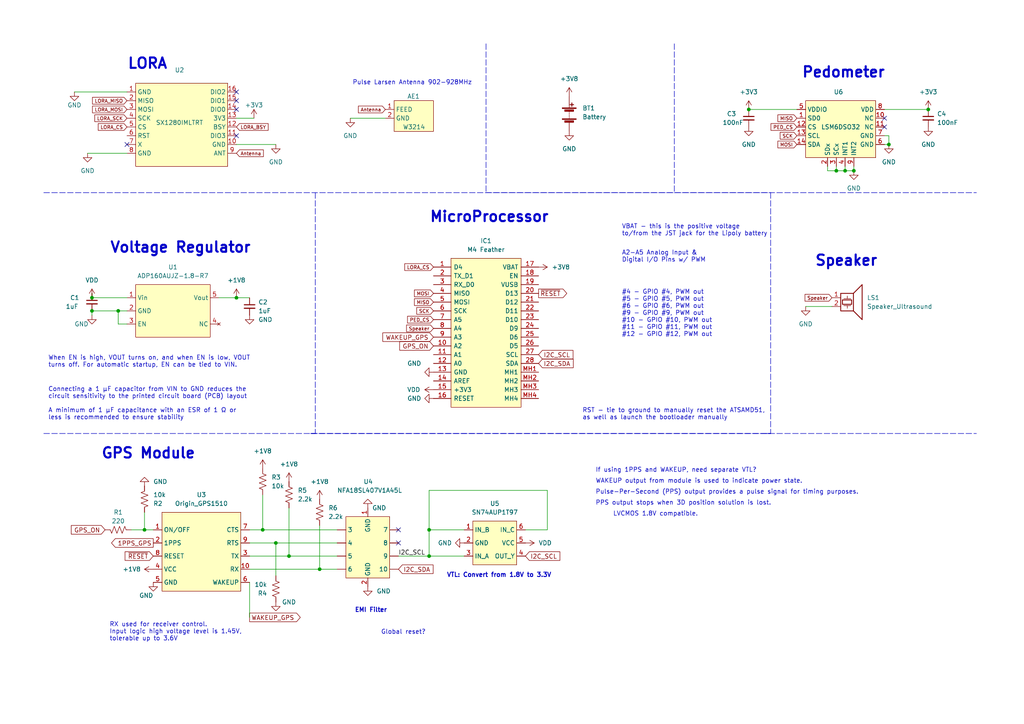
<source format=kicad_sch>
(kicad_sch (version 20211123) (generator eeschema)
  (paper "A4")
  (lib_symbols
    (symbol "Device:Battery" (pin_numbers hide) (pin_names (offset 0) hide)
      (property "Reference" "BT" (at 2.54 2.54 0))
      (property "Value" "Battery" (at 2.54 0 0))
      (symbol "Battery_0_1"
        (rectangle (start -2.032 -1.397) (end 2.032 -1.651) (fill (type outline)))
        (rectangle (start -2.032 1.778) (end 2.032 1.524) (fill (type outline)))
        (rectangle (start -1.3208 -1.9812) (end 1.27 -2.4892) (fill (type outline)))
        (rectangle (start -1.3208 1.1938) (end 1.27 0.6858) (fill (type outline)))
        (polyline (pts (xy 0 -1.524) (xy 0 -1.27)))
        (polyline (pts (xy 0 -1.016) (xy 0 -0.762)))
        (polyline (pts (xy 0 -0.508) (xy 0 -0.254)))
        (polyline (pts (xy 0 0) (xy 0 0.254)))
        (polyline (pts (xy 0 0.508) (xy 0 0.762)))
        (polyline (pts (xy 0 1.778) (xy 0 2.54)))
        (polyline (pts (xy 0.254 2.667) (xy 1.27 2.667)) (stroke (width 0.254)))
        (polyline (pts (xy 0.762 3.175) (xy 0.762 2.159)) (stroke (width 0.254)))
      )
      (symbol "Battery_1_1"
        (pin passive line (at 0 5.08 270) (length 2.54) (name "+") (number "1"))
        (pin passive line (at 0 -5.08 90) (length 2.54) (name "-") (number "2"))
      )
    )
    (symbol "Device:C_Small" (pin_numbers hide) (pin_names (offset 0.254) hide)
      (property "Reference" "C" (at 0.254 1.778 0))
      (property "Value" "C_Small" (at 0.254 -2.032 0))
      (symbol "C_Small_0_1"
        (polyline (pts (xy -1.524 -0.508) (xy 1.524 -0.508)) (stroke (width 0.3302)))
        (polyline (pts (xy -1.524 0.508) (xy 1.524 0.508)) (stroke (width 0.3048)))
      )
      (symbol "C_Small_1_1"
        (pin passive line (at 0 2.54 270) (length 2.032) (name "~") (number "1"))
        (pin passive line (at 0 -2.54 90) (length 2.032) (name "~") (number "2"))
      )
    )
    (symbol "Device:R_US" (pin_numbers hide) (pin_names (offset 0))
      (property "Reference" "R" (at 2.54 0 90))
      (property "Value" "R_US" (at -2.54 0 90))
      (symbol "R_US_0_1"
        (polyline (pts (xy 0 -2.286) (xy 0 -2.54)))
        (polyline (pts (xy 0 2.286) (xy 0 2.54)))
        (polyline (pts (xy 0 -0.762) (xy 1.016 -1.143) (xy 0 -1.524) (xy -1.016 -1.905) (xy 0 -2.286)))
        (polyline (pts (xy 0 0.762) (xy 1.016 0.381) (xy 0 0) (xy -1.016 -0.381) (xy 0 -0.762)))
        (polyline (pts (xy 0 2.286) (xy 1.016 1.905) (xy 0 1.524) (xy -1.016 1.143) (xy 0 0.762)))
      )
      (symbol "R_US_1_1"
        (pin passive line (at 0 3.81 270) (length 1.27) (name "~") (number "1"))
        (pin passive line (at 0 -3.81 90) (length 1.27) (name "~") (number "2"))
      )
    )
    (symbol "Device:Speaker_Ultrasound" (pin_names (offset 0) hide)
      (property "Reference" "LS" (at 0.635 5.715 0))
      (property "Value" "Speaker_Ultrasound" (at 0.635 3.81 0))
      (symbol "Speaker_Ultrasound_0_0"
        (rectangle (start -2.54 1.27) (end 1.143 -3.81) (stroke (width 0.254)))
        (rectangle (start -2.032 -0.635) (end 0.635 -1.905) (stroke (width 0.254)))
        (polyline (pts (xy -1.651 -2.286) (xy 0.381 -2.286)))
        (polyline (pts (xy -1.651 -0.254) (xy 0.381 -0.254)))
        (polyline (pts (xy -0.635 -2.286) (xy -0.635 -3.048)))
        (polyline (pts (xy -0.635 -0.254) (xy -0.635 0.508)))
        (polyline (pts (xy 1.143 1.27) (xy 3.683 3.81) (xy 3.683 -6.35) (xy 1.143 -3.81)) (stroke (width 0.254)))
      )
      (symbol "Speaker_Ultrasound_1_1"
        (pin input line (at -5.08 0 0) (length 2.54) (name "1") (number "1"))
        (pin input line (at -5.08 -2.54 0) (length 2.54) (name "2") (number "2"))
      )
    )
    (symbol "DogTracker:ADP160AUJZ-2.8-R7"
      (property "Reference" "U?" (at 0.635 1.27 0))
      (property "Value" "ADP160AUJZ-2.8-R7" (at 0.635 -1.27 0))
      (symbol "ADP160AUJZ-2.8-R7_0_1"
        (rectangle (start -10.16 -2.54) (end 11.43 -17.78) (fill (type background)))
      )
      (symbol "ADP160AUJZ-2.8-R7_1_1"
        (pin power_in line (at -12.7 -6.35 0) (length 2.54) (name "Vin") (number "1"))
        (pin input line (at -12.7 -10.16 0) (length 2.54) (name "GND") (number "2"))
        (pin input line (at -12.7 -13.97 0) (length 2.54) (name "EN") (number "3"))
        (pin no_connect line (at 13.97 -13.97 180) (length 2.54) (name "NC") (number "4"))
        (pin power_out line (at 13.97 -6.35 180) (length 2.54) (name "Vout") (number "5"))
      )
    )
    (symbol "DogTracker:LSM6DSO32"
      (property "Reference" "U?" (at -0.635 10.16 0))
      (property "Value" "LSM6DSO32" (at 0 0 0))
      (symbol "LSM6DSO32_0_1"
        (rectangle (start -10.16 7.62) (end 10.16 -8.89) (fill (type background)))
      )
      (symbol "LSM6DSO32_1_1"
        (pin input line (at -12.7 2.54 0) (length 2.54) (name "SD0") (number "1"))
        (pin input line (at 12.7 2.54 180) (length 2.54) (name "NC") (number "10"))
        (pin input line (at 12.7 0 180) (length 2.54) (name "NC") (number "11"))
        (pin input line (at -12.7 0 0) (length 2.54) (name "CS") (number "12"))
        (pin input line (at -12.7 -2.54 0) (length 2.54) (name "SCL") (number "13"))
        (pin input line (at -12.7 -5.08 0) (length 2.54) (name "SDA") (number "14"))
        (pin input line (at -3.81 -11.43 90) (length 2.54) (name "SDx") (number "2"))
        (pin input line (at -1.27 -11.43 90) (length 2.54) (name "SCx") (number "3"))
        (pin input line (at 1.27 -11.43 90) (length 2.54) (name "INT1") (number "4"))
        (pin input line (at -12.7 5.08 0) (length 2.54) (name "VDDIO") (number "5"))
        (pin input line (at 12.7 -5.08 180) (length 2.54) (name "GND") (number "6"))
        (pin input line (at 12.7 -2.54 180) (length 2.54) (name "GND") (number "7"))
        (pin input line (at 12.7 5.08 180) (length 2.54) (name "VDD") (number "8"))
        (pin input line (at 3.81 -11.43 90) (length 2.54) (name "INT2") (number "9"))
      )
    )
    (symbol "DogTracker:M4 Feather" (pin_names (offset 0.762))
      (property "Reference" "IC" (at 26.67 7.62 0))
      (property "Value" "M4 Feather" (at 26.67 5.08 0))
      (symbol "M4 Feather_0_0"
        (pin bidirectional line (at 0 0 0) (length 5.08) (name "D4") (number "1"))
        (pin bidirectional line (at 0 -22.86 0) (length 5.08) (name "A2") (number "10"))
        (pin bidirectional line (at 0 -25.4 0) (length 5.08) (name "A1") (number "11"))
        (pin bidirectional line (at 0 -27.94 0) (length 5.08) (name "A0") (number "12"))
        (pin power_in line (at 0 -30.48 0) (length 5.08) (name "GND") (number "13"))
        (pin bidirectional line (at 0 -33.02 0) (length 5.08) (name "AREF") (number "14"))
        (pin power_in line (at 0 -35.56 0) (length 5.08) (name "+3V3") (number "15"))
        (pin input line (at 0 -38.1 0) (length 5.08) (name "RESET") (number "16"))
        (pin power_in line (at 30.48 0 180) (length 5.08) (name "VBAT") (number "17"))
        (pin input line (at 30.48 -2.54 180) (length 5.08) (name "EN") (number "18"))
        (pin power_in line (at 30.48 -5.08 180) (length 5.08) (name "VUSB") (number "19"))
        (pin bidirectional line (at 0 -2.54 0) (length 5.08) (name "TX_D1") (number "2"))
        (pin bidirectional line (at 30.48 -7.62 180) (length 5.08) (name "D13") (number "20"))
        (pin bidirectional line (at 30.48 -10.16 180) (length 5.08) (name "D12") (number "21"))
        (pin bidirectional line (at 30.48 -12.7 180) (length 5.08) (name "D11") (number "22"))
        (pin bidirectional line (at 30.48 -15.24 180) (length 5.08) (name "D10") (number "23"))
        (pin bidirectional line (at 30.48 -17.78 180) (length 5.08) (name "D9") (number "24"))
        (pin bidirectional line (at 30.48 -20.32 180) (length 5.08) (name "D6") (number "25"))
        (pin bidirectional line (at 30.48 -22.86 180) (length 5.08) (name "D5") (number "26"))
        (pin bidirectional line (at 30.48 -25.4 180) (length 5.08) (name "SCL") (number "27"))
        (pin bidirectional line (at 30.48 -27.94 180) (length 5.08) (name "SDA") (number "28"))
        (pin bidirectional line (at 0 -5.08 0) (length 5.08) (name "RX_D0") (number "3"))
        (pin bidirectional line (at 0 -7.62 0) (length 5.08) (name "MISO") (number "4"))
        (pin bidirectional line (at 0 -10.16 0) (length 5.08) (name "MOSI") (number "5"))
        (pin bidirectional line (at 0 -12.7 0) (length 5.08) (name "SCK") (number "6"))
        (pin bidirectional line (at 0 -15.24 0) (length 5.08) (name "A5") (number "7"))
        (pin bidirectional line (at 0 -17.78 0) (length 5.08) (name "A4") (number "8"))
        (pin bidirectional line (at 0 -20.32 0) (length 5.08) (name "A3") (number "9"))
        (pin passive line (at 30.48 -30.48 180) (length 5.08) (name "MH1") (number "MH1"))
        (pin passive line (at 30.48 -33.02 180) (length 5.08) (name "MH2") (number "MH2"))
        (pin passive line (at 30.48 -35.56 180) (length 5.08) (name "MH3") (number "MH3"))
        (pin passive line (at 30.48 -38.1 180) (length 5.08) (name "MH4") (number "MH4"))
      )
      (symbol "M4 Feather_0_1"
        (polyline (pts (xy 5.08 2.54) (xy 25.4 2.54) (xy 25.4 -40.64) (xy 5.08 -40.64) (xy 5.08 2.54)) (stroke (width 0.1524)) (fill (type background)))
      )
    )
    (symbol "DogTracker:NFA18SL407V1A45L"
      (property "Reference" "U2" (at -1.27 6.35 0))
      (property "Value" "NFA18SL407V1A45L" (at -8.89 3.81 0))
      (symbol "NFA18SL407V1A45L_0_1"
        (rectangle (start -6.35 -3.81) (end 6.35 -21.59) (fill (type background)))
      )
      (symbol "NFA18SL407V1A45L_1_1"
        (pin output line (at 8.89 -19.05 180) (length 2.54) (name "10") (number ""))
        (pin input line (at -8.89 -7.62 0) (length 2.54) (name "3") (number ""))
        (pin input line (at -8.89 -11.43 0) (length 2.54) (name "4") (number ""))
        (pin input line (at -8.89 -15.24 0) (length 2.54) (name "5") (number ""))
        (pin input line (at -8.89 -19.05 0) (length 2.54) (name "6") (number ""))
        (pin output line (at 8.89 -7.62 180) (length 2.54) (name "7") (number ""))
        (pin output line (at 8.89 -11.43 180) (length 2.54) (name "8") (number ""))
        (pin output line (at 8.89 -15.24 180) (length 2.54) (name "9") (number ""))
        (pin input line (at 0 -1.27 270) (length 2.54) (name "GND") (number "1"))
        (pin input line (at 0 -24.13 90) (length 2.54) (name "GND") (number "2"))
      )
    )
    (symbol "DogTracker:Origin_GPS1510"
      (property "Reference" "U?" (at 0 1.27 0))
      (property "Value" "Origin_GPS1510" (at 0 -1.27 0))
      (symbol "Origin_GPS1510_0_1"
        (rectangle (start -11.43 -3.81) (end 11.43 -26.67) (fill (type background)))
      )
      (symbol "Origin_GPS1510_1_1"
        (pin input line (at -13.97 -8.89 0) (length 2.54) (name "ON/OFF") (number "1"))
        (pin bidirectional line (at 13.97 -20.32 180) (length 2.54) (name "RX") (number "10"))
        (pin output line (at -13.97 -12.7 0) (length 2.54) (name "1PPS") (number "2"))
        (pin bidirectional line (at 13.97 -16.51 180) (length 2.54) (name "TX") (number "3"))
        (pin power_in line (at -13.97 -20.32 0) (length 2.54) (name "VCC") (number "4"))
        (pin input line (at -13.97 -24.13 0) (length 2.54) (name "GND") (number "5"))
        (pin output line (at 13.97 -24.13 180) (length 2.54) (name "WAKEUP") (number "6"))
        (pin bidirectional line (at 13.97 -8.89 180) (length 2.54) (name "CTS") (number "7"))
        (pin input line (at -13.97 -16.51 0) (length 2.54) (name "RESET") (number "8"))
        (pin bidirectional line (at 13.97 -12.7 180) (length 2.54) (name "RTS") (number "9"))
      )
    )
    (symbol "DogTracker:SN74AUP1T97"
      (property "Reference" "U" (at 0 5.08 0))
      (property "Value" "SN74AUP1T97" (at 0 2.54 0))
      (symbol "SN74AUP1T97_0_1"
        (rectangle (start -6.35 1.27) (end 6.35 -11.43) (fill (type background)))
      )
      (symbol "SN74AUP1T97_1_1"
        (pin input line (at -8.89 -1.27 0) (length 2.54) (name "IN_B") (number "1"))
        (pin input line (at -8.89 -5.08 0) (length 2.54) (name "GND") (number "2"))
        (pin input line (at -8.89 -8.89 0) (length 2.54) (name "IN_A") (number "3"))
        (pin output line (at 8.89 -8.89 180) (length 2.54) (name "OUT_Y") (number "4"))
        (pin power_in line (at 8.89 -5.08 180) (length 2.54) (name "VCC") (number "5"))
        (pin input line (at 8.89 -1.27 180) (length 2.54) (name "IN_C") (number "6"))
      )
    )
    (symbol "DogTracker:SX1280IMLTRT_Radio"
      (property "Reference" "U" (at 0 12.7 0))
      (property "Value" "SX1280IMLTRT_Radio" (at 1.27 -11.43 0))
      (symbol "SX1280IMLTRT_Radio_0_1"
        (rectangle (start -12.7 11.43) (end 13.97 -12.7) (fill (type background)))
      )
      (symbol "SX1280IMLTRT_Radio_1_1"
        (pin bidirectional line (at -15.24 8.89 0) (length 2.54) (name "GND") (number "1"))
        (pin bidirectional line (at 16.51 -6.35 180) (length 2.54) (name "GND") (number "10"))
        (pin bidirectional line (at 16.51 -3.81 180) (length 2.54) (name "DIO3") (number "11"))
        (pin bidirectional line (at 16.51 -1.27 180) (length 2.54) (name "BSY") (number "12"))
        (pin bidirectional line (at 16.51 1.27 180) (length 2.54) (name "3V3") (number "13"))
        (pin bidirectional line (at 16.51 3.81 180) (length 2.54) (name "DIO0") (number "14"))
        (pin bidirectional line (at 16.51 6.35 180) (length 2.54) (name "DIO1") (number "15"))
        (pin bidirectional line (at 16.51 8.89 180) (length 2.54) (name "DIO2") (number "16"))
        (pin bidirectional line (at -15.24 6.35 0) (length 2.54) (name "MISO") (number "2"))
        (pin bidirectional line (at -15.24 3.81 0) (length 2.54) (name "MOSI") (number "3"))
        (pin bidirectional line (at -15.24 1.27 0) (length 2.54) (name "SCK") (number "4"))
        (pin bidirectional line (at -15.24 -1.27 0) (length 2.54) (name "CS") (number "5"))
        (pin bidirectional line (at -15.24 -3.81 0) (length 2.54) (name "RST") (number "6"))
        (pin bidirectional line (at -15.24 -6.35 0) (length 2.54) (name "X") (number "7"))
        (pin bidirectional line (at -15.24 -8.89 0) (length 2.54) (name "GND") (number "8"))
        (pin bidirectional line (at 16.51 -8.89 180) (length 2.54) (name "ANT") (number "9"))
      )
    )
    (symbol "DogTracker:W3214"
      (property "Reference" "AE" (at 0 5.08 0))
      (property "Value" "W3214" (at 0 -3.81 0))
      (symbol "W3214_0_1"
        (rectangle (start -5.08 3.81) (end 6.35 -5.08) (fill (type background)))
      )
      (symbol "W3214_1_1"
        (pin bidirectional line (at -7.62 1.27 0) (length 2.54) (name "FEED") (number "1"))
        (pin bidirectional line (at -7.62 -1.27 0) (length 2.54) (name "GND") (number "2"))
      )
    )
    (symbol "power:+1V8" (power) (pin_names (offset 0))
      (property "Value" "+1V8" (at 0 3.556 0))
      (symbol "+1V8_0_1"
        (polyline (pts (xy -0.762 1.27) (xy 0 2.54)))
        (polyline (pts (xy 0 0) (xy 0 2.54)))
        (polyline (pts (xy 0 2.54) (xy 0.762 1.27)))
      )
      (symbol "+1V8_1_1"
        (pin power_in line (at 0 0 90) (length 0) hide (name "+1V8") (number "1"))
      )
    )
    (symbol "power:+3V3" (power) (pin_names (offset 0))
      (property "Value" "+3V3" (at 0 3.556 0))
      (symbol "+3V3_0_1"
        (polyline (pts (xy -0.762 1.27) (xy 0 2.54)))
        (polyline (pts (xy 0 0) (xy 0 2.54)))
        (polyline (pts (xy 0 2.54) (xy 0.762 1.27)))
      )
      (symbol "+3V3_1_1"
        (pin power_in line (at 0 0 90) (length 0) hide (name "+3V3") (number "1"))
      )
    )
    (symbol "power:+3V8" (power) (pin_names (offset 0))
      (property "Value" "+3V8" (at 0 3.556 0))
      (symbol "+3V8_0_1"
        (polyline (pts (xy -0.762 1.27) (xy 0 2.54)))
        (polyline (pts (xy 0 0) (xy 0 2.54)))
        (polyline (pts (xy 0 2.54) (xy 0.762 1.27)))
      )
      (symbol "+3V8_1_1"
        (pin power_in line (at 0 0 90) (length 0) hide (name "+3V8") (number "1"))
      )
    )
    (symbol "power:GND" (power) (pin_names (offset 0))
      (property "Value" "GND" (at 0 -3.81 0))
      (symbol "GND_0_1"
        (polyline (pts (xy 0 0) (xy 0 -1.27) (xy 1.27 -1.27) (xy 0 -2.54) (xy -1.27 -1.27) (xy 0 -1.27)))
      )
      (symbol "GND_1_1"
        (pin power_in line (at 0 0 270) (length 0) hide (name "GND") (number "1"))
      )
    )
    (symbol "power:VDD" (power) (pin_names (offset 0))
      (property "Value" "VDD" (at 0 3.81 0))
      (symbol "VDD_0_1"
        (polyline (pts (xy -0.762 1.27) (xy 0 2.54)))
        (polyline (pts (xy 0 0) (xy 0 2.54)))
        (polyline (pts (xy 0 2.54) (xy 0.762 1.27)))
      )
      (symbol "VDD_1_1"
        (pin power_in line (at 0 0 90) (length 0) hide (name "VDD") (number "1"))
      )
    )
  )
  (junction (at 247.65 49.53))
  (junction (at 83.82 161.29))
  (junction (at 26.67 86.36))
  (junction (at 76.2 153.67))
  (junction (at 26.67 90.17))
  (junction (at 41.91 153.67))
  (junction (at 80.01 157.48))
  (junction (at 68.58 86.36))
  (junction (at 242.57 49.53))
  (junction (at 124.46 153.67))
  (junction (at 217.17 31.75))
  (junction (at 92.71 165.1))
  (junction (at 34.29 90.17))
  (junction (at 269.24 31.75))
  (junction (at 257.81 41.91))
  (junction (at 124.46 161.29))
  (junction (at 245.11 49.53))
  (no_connect (at 115.57 153.67))
  (no_connect (at 256.54 34.29))
  (no_connect (at 256.54 36.83))
  (no_connect (at 68.58 39.37))
  (no_connect (at 68.58 26.67))
  (no_connect (at 68.58 29.21))
  (no_connect (at 68.58 31.75))
  (no_connect (at 36.83 41.91))
  (no_connect (at 115.57 157.48))
  (wire (pts (xy 245.11 49.53) (xy 247.65 49.53)))
  (wire (pts (xy 25.4 44.45) (xy 36.83 44.45)))
  (wire (pts (xy 217.17 31.75) (xy 231.14 31.75)))
  (wire (pts (xy 41.91 153.67) (xy 44.45 153.67)))
  (wire (pts (xy 124.46 161.29) (xy 134.62 161.29)))
  (wire (pts (xy 256.54 39.37) (xy 257.81 39.37)))
  (wire (pts (xy 26.67 86.36) (xy 36.83 86.36)))
  (polyline (pts (xy 12.7 55.88) (xy 283.21 55.88)))
  (wire (pts (xy 92.71 152.4) (xy 92.71 165.1)))
  (wire (pts (xy 72.39 153.67) (xy 76.2 153.67)))
  (wire (pts (xy 68.58 86.36) (xy 72.39 86.36)))
  (polyline (pts (xy 223.52 55.88) (xy 223.52 125.73)))
  (wire (pts (xy 80.01 157.48) (xy 97.79 157.48)))
  (polyline (pts (xy 223.52 125.73) (xy 222.25 125.73)))
  (wire (pts (xy 242.57 48.26) (xy 242.57 49.53)))
  (wire (pts (xy 124.46 153.67) (xy 134.62 153.67)))
  (wire (pts (xy 68.58 34.29) (xy 73.66 34.29)))
  (polyline (pts (xy 90.17 125.73) (xy 91.44 125.73)))
  (wire (pts (xy 257.81 39.37) (xy 257.81 41.91)))
  (wire (pts (xy 158.75 153.67) (xy 152.4 153.67)))
  (wire (pts (xy 41.91 153.67) (xy 41.91 148.59)))
  (polyline (pts (xy 90.17 125.73) (xy 223.52 125.73)))
  (wire (pts (xy 124.46 142.24) (xy 158.75 142.24)))
  (wire (pts (xy 240.03 48.26) (xy 240.03 49.53)))
  (wire (pts (xy 72.39 157.48) (xy 80.01 157.48)))
  (polyline (pts (xy 91.44 55.88) (xy 91.44 125.73)))
  (wire (pts (xy 245.11 48.26) (xy 245.11 49.53)))
  (wire (pts (xy 124.46 161.29) (xy 124.46 153.67)))
  (polyline (pts (xy 12.7 125.73) (xy 283.21 125.73)))
  (wire (pts (xy 83.82 161.29) (xy 97.79 161.29)))
  (polyline (pts (xy 223.52 55.88) (xy 223.52 55.88)))
  (wire (pts (xy 76.2 143.51) (xy 76.2 153.67)))
  (polyline (pts (xy 140.97 55.88) (xy 223.52 55.88)))
  (wire (pts (xy 240.03 49.53) (xy 242.57 49.53)))
  (wire (pts (xy 115.57 161.29) (xy 124.46 161.29)))
  (wire (pts (xy 72.39 165.1) (xy 92.71 165.1)))
  (wire (pts (xy 124.46 153.67) (xy 124.46 142.24)))
  (polyline (pts (xy 195.58 12.7) (xy 195.58 55.88)))
  (wire (pts (xy 38.1 153.67) (xy 41.91 153.67)))
  (wire (pts (xy 34.29 90.17) (xy 34.29 93.98)))
  (wire (pts (xy 233.68 88.9) (xy 241.3 88.9)))
  (wire (pts (xy 34.29 93.98) (xy 36.83 93.98)))
  (wire (pts (xy 63.5 86.36) (xy 68.58 86.36)))
  (wire (pts (xy 83.82 147.32) (xy 83.82 161.29)))
  (wire (pts (xy 101.6 34.29) (xy 111.76 34.29)))
  (wire (pts (xy 92.71 165.1) (xy 97.79 165.1)))
  (wire (pts (xy 256.54 31.75) (xy 269.24 31.75)))
  (wire (pts (xy 26.67 85.09) (xy 26.67 86.36)))
  (wire (pts (xy 21.59 26.67) (xy 36.83 26.67)))
  (wire (pts (xy 26.67 90.17) (xy 34.29 90.17)))
  (wire (pts (xy 34.29 90.17) (xy 36.83 90.17)))
  (wire (pts (xy 26.67 90.17) (xy 26.67 91.44)))
  (wire (pts (xy 247.65 48.26) (xy 247.65 49.53)))
  (wire (pts (xy 80.01 157.48) (xy 80.01 167.005)))
  (wire (pts (xy 72.39 161.29) (xy 83.82 161.29)))
  (wire (pts (xy 68.58 41.91) (xy 80.01 41.91)))
  (wire (pts (xy 72.39 179.07) (xy 72.39 168.91)))
  (wire (pts (xy 242.57 49.53) (xy 245.11 49.53)))
  (polyline (pts (xy 140.97 12.7) (xy 140.97 55.88)))
  (wire (pts (xy 158.75 142.24) (xy 158.75 153.67)))
  (wire (pts (xy 76.2 153.67) (xy 97.79 153.67)))
  (wire (pts (xy 256.54 41.91) (xy 257.81 41.91)))
  (text "#4 - GPIO #4, PWM out\n#5 - GPIO #5, PWM out\n#6 - GPIO #6, PWM out\n#9 - GPIO #9, PWM out\n#10 - GPIO #10, PWM out\n#11 - GPIO #11, PWM out\n#12 - GPIO #12, PWM out" (at 180.34 97.79 0) (effects (font (size 1.27 1.27)) (justify left bottom)))
  (text "VTL: Convert from 1.8V to 3.3V" (at 129.54 167.64 0) (effects (font (size 1.27 1.27) (thickness 0.254) bold) (justify left bottom)))
  (text "Pulse Larsen Antenna 902-928MHz " (at 102.235 24.765 0) (effects (font (size 1.27 1.27)) (justify left bottom)))
  (text "WAKEUP output from module is used to indicate power state." (at 172.72 140.335 0) (effects (font (size 1.27 1.27)) (justify left bottom)))
  (text "PPS output stops when 3D position solution is lost.\n" (at 172.72 146.685 0) (effects (font (size 1.27 1.27)) (justify left bottom)))
  (text "Voltage Regulator" (at 31.75 73.66 0) (effects (font (size 3 3) (thickness 0.6) bold) (justify left bottom)))
  (text "EMI Filter" (at 102.87 177.8 0) (effects (font (size 1.27 1.27) (thickness 0.254) bold) (justify left bottom)))
  (text "LORA" (at 36.83 20.32 0) (effects (font (size 3 3) (thickness 0.6) bold) (justify left bottom)))
  (text "Pedometer" (at 232.41 22.86 0) (effects (font (size 3 3) (thickness 0.6) bold) (justify left bottom)))
  (text "VBAT - this is the positive voltage \nto/from the JST jack for the Lipoly battery" (at 180.34 68.58 0) (effects (font (size 1.27 1.27)) (justify left bottom)))
  (text "MicroProcessor\n" (at 124.46 64.77 0) (effects (font (size 3 3) (thickness 0.6) bold) (justify left bottom)))
  (text "RX used for receiver control. \nInput logic high voltage level is 1.45V, \ntolerable up to 3.6V" (at 31.75 186.055 0) (effects (font (size 1.27 1.27)) (justify left bottom)))
  (text "LVCMOS 1.8V compatible.\n" (at 177.8 149.86 0) (effects (font (size 1.27 1.27)) (justify left bottom)))
  (text "If using 1PPS and WAKEUP, need separate VTL?" (at 172.72 137.16 0) (effects (font (size 1.27 1.27)) (justify left bottom)))
  (text "When EN is high, VOUT turns on, and when EN is low, VOUT\nturns off. For automatic startup, EN can be tied to VIN." (at 13.97 106.68 0) (effects (font (size 1.27 1.27)) (justify left bottom)))
  (text "A2-A5 Analog Input &\nDigital I/O Pins w/ PWM\n" (at 180.34 76.2 0) (effects (font (size 1.27 1.27)) (justify left bottom)))
  (text "Global reset?" (at 110.49 184.15 0) (effects (font (size 1.27 1.27)) (justify left bottom)))
  (text "Connecting a 1 μF capacitor from VIN to GND reduces the \ncircuit sensitivity to the printed circuit board (PCB) layout\n\nA minimum of 1 μF capacitance with an ESR of 1 Ω or \nless is recommended to ensure stability " (at 13.97 121.92 0) (effects (font (size 1.27 1.27)) (justify left bottom)))
  (text "GPS Module" (at 29.21 133.35 0) (effects (font (size 3 3) (thickness 0.6) bold) (justify left bottom)))
  (text "RST - tie to ground to manually reset the ATSAMD51,\nas well as launch the bootloader manually" (at 168.91 121.92 0) (effects (font (size 1.27 1.27)) (justify left bottom)))
  (text "Speaker\n" (at 236.22 77.47 0) (effects (font (size 3 3) (thickness 0.6) bold) (justify left bottom)))
  (text "Pulse-Per-Second (PPS) output provides a pulse signal for timing purposes." (at 172.72 143.51 0) (effects (font (size 1.27 1.27)) (justify left bottom)))
  (label "I2C_SCL" (at 115.57 161.29 0))
  (global_label "I2C_SDA" (shape input) (at 115.57 165.1 0) (property "Intersheet References" "${INTERSHEET_REFS}" (effects hide)))
  (global_label "SCK" (shape input) (at 125.73 90.17 180) (effects (font (size 1 1))) (property "Intersheet References" "${INTERSHEET_REFS}" (effects hide)))
  (global_label "MOSI" (shape input) (at 125.73 85.09 180) (effects (font (size 1 1))) (property "Intersheet References" "${INTERSHEET_REFS}" (effects hide)))
  (global_label "WAKEUP_GPS" (shape input) (at 125.73 97.79 180) (property "Intersheet References" "${INTERSHEET_REFS}" (effects hide)))
  (global_label "LORA_MISO" (shape input) (at 36.83 29.21 180) (effects (font (size 1 1))) (property "Intersheet References" "${INTERSHEET_REFS}" (effects hide)))
  (global_label "LORA_CS" (shape input) (at 125.73 77.47 180) (effects (font (size 1 1))) (property "Intersheet References" "${INTERSHEET_REFS}" (effects hide)))
  (global_label "WAKEUP_GPS" (shape output) (at 72.39 179.07 0) (property "Intersheet References" "${INTERSHEET_REFS}" (effects hide)))
  (global_label "I2C_SCL" (shape input) (at 152.4 161.29 0) (property "Intersheet References" "${INTERSHEET_REFS}" (effects hide)))
  (global_label "MISO" (shape input) (at 231.14 34.29 180) (effects (font (size 1 1))) (property "Intersheet References" "${INTERSHEET_REFS}" (effects hide)))
  (global_label "GPS_ON" (shape input) (at 125.73 100.33 180) (property "Intersheet References" "${INTERSHEET_REFS}" (effects hide)))
  (global_label "Speaker" (shape input) (at 125.73 95.25 180) (effects (font (size 1 1))) (property "Intersheet References" "${INTERSHEET_REFS}" (effects hide)))
  (global_label "GPS_ON" (shape input) (at 30.48 153.67 180) (property "Intersheet References" "${INTERSHEET_REFS}" (effects hide)))
  (global_label "Antenna" (shape input) (at 111.76 31.75 180) (effects (font (size 1 1))) (property "Intersheet References" "${INTERSHEET_REFS}" (effects hide)))
  (global_label "LORA_CS" (shape input) (at 36.83 36.83 180) (effects (font (size 1 1))) (property "Intersheet References" "${INTERSHEET_REFS}" (effects hide)))
  (global_label "MOSI" (shape input) (at 231.14 41.91 180) (effects (font (size 1 1))) (property "Intersheet References" "${INTERSHEET_REFS}" (effects hide)))
  (global_label "LORA_MOSI" (shape input) (at 36.83 31.75 180) (effects (font (size 1 1))) (property "Intersheet References" "${INTERSHEET_REFS}" (effects hide)))
  (global_label "I2C_SCL" (shape input) (at 156.21 102.87 0) (property "Intersheet References" "${INTERSHEET_REFS}" (effects hide)))
  (global_label "SCK" (shape input) (at 231.14 39.37 180) (effects (font (size 1 1))) (property "Intersheet References" "${INTERSHEET_REFS}" (effects hide)))
  (global_label "PED_CS" (shape input) (at 125.73 92.71 180) (effects (font (size 1 1))) (property "Intersheet References" "${INTERSHEET_REFS}" (effects hide)))
  (global_label "MISO" (shape input) (at 125.73 87.63 180) (effects (font (size 1 1))) (property "Intersheet References" "${INTERSHEET_REFS}" (effects hide)))
  (global_label "~{RESET}" (shape output) (at 156.21 85.09 0) (property "Intersheet References" "${INTERSHEET_REFS}" (effects hide)))
  (global_label "LORA_BSY" (shape input) (at 68.58 36.83 0) (effects (font (size 1 1))) (property "Intersheet References" "${INTERSHEET_REFS}" (effects hide)))
  (global_label "Speaker" (shape input) (at 241.3 86.36 180) (effects (font (size 1 1))) (property "Intersheet References" "${INTERSHEET_REFS}" (effects hide)))
  (global_label "1PPS_GPS" (shape output) (at 44.45 157.48 180) (property "Intersheet References" "${INTERSHEET_REFS}" (effects hide)))
  (global_label "I2C_SDA" (shape input) (at 156.21 105.41 0) (property "Intersheet References" "${INTERSHEET_REFS}" (effects hide)))
  (global_label "LORA_SCK" (shape input) (at 36.83 34.29 180) (effects (font (size 1 1))) (property "Intersheet References" "${INTERSHEET_REFS}" (effects hide)))
  (global_label "~{RESET}" (shape input) (at 44.45 161.29 180) (property "Intersheet References" "${INTERSHEET_REFS}" (effects hide)))
  (global_label "PED_CS" (shape input) (at 231.14 36.83 180) (effects (font (size 1 1))) (property "Intersheet References" "${INTERSHEET_REFS}" (effects hide)))
  (global_label "Antenna" (shape input) (at 68.58 44.45 0) (effects (font (size 1 1))) (property "Intersheet References" "${INTERSHEET_REFS}" (effects hide)))
  (symbol (lib_id "power:GND") (at 21.59 26.67 0) (unit 1)
    (property "Reference" "#PWR0128" (effects hide))
    (property "Value" "GND" (at 21.59 30.48 0))
  )
  (symbol (lib_id "power:+3V3") (at 269.24 31.75 0) (unit 1)
    (property "Reference" "#PWR0132" (effects hide))
    (property "Value" "+3V3" (at 269.24 26.67 0))
  )
  (symbol (lib_id "power:GND") (at 25.4 44.45 0) (unit 1)
    (property "Reference" "#PWR0127" (effects hide))
    (property "Value" "GND" (at 25.4 49.53 0))
  )
  (symbol (lib_id "power:VDD") (at 152.4 157.48 270) (unit 1)
    (property "Reference" "#PWR0111" (effects hide))
    (property "Value" "VDD" (at 156.21 157.4801 90) (effects (justify left)))
  )
  (symbol (lib_id "power:GND") (at 80.01 174.625 0) (unit 1)
    (property "Reference" "#PWR0110" (effects hide))
    (property "Value" "GND" (at 83.82 174.625 0))
  )
  (symbol (lib_id "power:+3V8") (at 156.21 77.47 270) (unit 1)
    (property "Reference" "#PWR0107" (effects hide))
    (property "Value" "+3V8" (at 160.02 77.4699 90) (effects (justify left)))
  )
  (symbol (lib_id "power:GND") (at 217.17 36.83 0) (unit 1)
    (property "Reference" "#PWR0102" (effects hide))
    (property "Value" "GND" (at 217.17 41.91 0))
  )
  (symbol (lib_id "Device:C_Small") (at 269.24 34.29 0) (unit 1)
    (property "Reference" "C4" (at 271.78 33.0262 0) (effects (justify left)))
    (property "Value" "100nF" (at 271.78 35.5662 0) (effects (justify left)))
    (property "Footprint" "Capacitor_SMD:C_0402_1005Metric" (effects hide))
  )
  (symbol (lib_id "Device:R_US") (at 34.29 153.67 90) (mirror x) (unit 1)
    (property "Reference" "R1" (at 34.29 148.59 90))
    (property "Value" "220" (at 34.29 151.13 90))
    (property "Footprint" "Resistor_SMD:R_0402_1005Metric" (effects hide))
  )
  (symbol (lib_id "power:+1V8") (at 83.82 139.7 0) (unit 1)
    (property "Reference" "#PWR0122" (effects hide))
    (property "Value" "+1V8" (at 83.82 134.62 0))
  )
  (symbol (lib_id "power:VDD") (at 26.67 86.36 0) (unit 1)
    (property "Reference" "#PWR0118" (effects hide))
    (property "Value" "VDD" (at 26.67 81.28 0))
  )
  (symbol (lib_id "Device:Battery") (at 165.1 33.02 0) (unit 1)
    (property "Reference" "BT1" (at 168.91 31.3689 0) (effects (justify left)))
    (property "Value" "Battery" (at 168.91 33.9089 0) (effects (justify left)))
  )
  (symbol (lib_id "Device:Speaker_Ultrasound") (at 246.38 86.36 0) (unit 1)
    (property "Reference" "LS1" (at 251.46 86.3599 0) (effects (justify left)))
    (property "Value" "Speaker_Ultrasound" (at 251.46 88.8999 0) (effects (justify left)))
  )
  (symbol (lib_id "power:VDD") (at 125.73 113.03 90) (unit 1)
    (property "Reference" "#PWR0124" (effects hide))
    (property "Value" "VDD" (at 121.92 113.0299 90) (effects (justify left)))
  )
  (symbol (lib_id "DogTracker:Origin_GPS1510") (at 58.42 144.78 0) (unit 1)
    (property "Reference" "U3" (at 58.42 143.51 0))
    (property "Value" "Origin_GPS1510" (at 58.42 146.05 0))
    (property "Footprint" "Dog_Tracker:OriginGPS_LTD-ORG1510-MK04-0" (effects hide))
  )
  (symbol (lib_id "power:GND") (at 165.1 38.1 0) (unit 1)
    (property "Reference" "#PWR0108" (effects hide))
    (property "Value" "GND" (at 165.1 43.18 0))
  )
  (symbol (lib_id "power:+1V8") (at 92.71 144.78 0) (unit 1)
    (property "Reference" "#PWR0116" (effects hide))
    (property "Value" "+1V8" (at 92.71 139.7 0))
  )
  (symbol (lib_id "Device:R_US") (at 41.91 144.78 0) (mirror x) (unit 1)
    (property "Reference" "R2" (at 44.45 146.0501 0) (effects (justify left)))
    (property "Value" "10k" (at 44.45 143.5101 0) (effects (justify left)))
    (property "Footprint" "Resistor_SMD:R_0402_1005Metric" (effects hide))
  )
  (symbol (lib_id "power:+1V8") (at 44.45 165.1 90) (unit 1)
    (property "Reference" "#PWR0114" (effects hide))
    (property "Value" "+1V8" (at 35.56 165.1 90) (effects (justify right)))
  )
  (symbol (lib_id "power:GND") (at 106.68 170.18 0) (unit 1)
    (property "Reference" "#PWR0113" (effects hide))
    (property "Value" "GND" (at 109.22 171.4499 0) (effects (justify left)))
  )
  (symbol (lib_id "DogTracker:SX1280IMLTRT_Radio") (at 52.07 35.56 0) (unit 1)
    (property "Reference" "U2" (at 52.07 20.32 0))
    (property "Value" "SX1280IMLTRT" (at 52.07 35.56 0))
    (property "Footprint" "Dog_Tracker:SX1280IMLTRT" (effects hide))
  )
  (symbol (lib_id "power:GND") (at 106.68 147.32 180) (unit 1)
    (property "Reference" "#PWR0109" (effects hide))
    (property "Value" "GND" (at 107.95 147.32 0) (effects (justify right)))
  )
  (symbol (lib_id "Device:R_US") (at 83.82 143.51 180) (unit 1)
    (property "Reference" "R5" (at 86.36 142.2399 0) (effects (justify right)))
    (property "Value" "2.2k" (at 86.36 144.7799 0) (effects (justify right)))
    (property "Footprint" "Resistor_SMD:R_0402_1005Metric" (effects hide))
  )
  (symbol (lib_id "power:+3V8") (at 165.1 27.94 0) (unit 1)
    (property "Reference" "#PWR0106" (effects hide))
    (property "Value" "+3V8" (at 165.1 22.86 0))
  )
  (symbol (lib_id "Device:R_US") (at 80.01 170.815 0) (unit 1)
    (property "Reference" "R4" (at 77.47 172.0851 0) (effects (justify right)))
    (property "Value" "10k" (at 77.47 169.5451 0) (effects (justify right)))
    (property "Footprint" "Resistor_SMD:R_0402_1005Metric" (effects hide))
  )
  (symbol (lib_id "power:GND") (at 26.67 91.44 0) (unit 1)
    (property "Reference" "#PWR0119" (effects hide))
    (property "Value" "GND" (at 21.59 93.98 0) (effects (justify left)))
  )
  (symbol (lib_id "power:+1V8") (at 76.2 135.89 0) (unit 1)
    (property "Reference" "#PWR0121" (effects hide))
    (property "Value" "+1V8" (at 76.2 130.81 0))
  )
  (symbol (lib_id "Device:C_Small") (at 72.39 88.9 0) (unit 1)
    (property "Reference" "C2" (at 74.93 87.6362 0) (effects (justify left)))
    (property "Value" "1uF" (at 74.93 90.1762 0) (effects (justify left)))
    (property "Footprint" "Capacitor_SMD:C_0402_1005Metric" (effects hide))
  )
  (symbol (lib_id "DogTracker:M4 Feather") (at 125.73 77.47 0) (unit 1)
    (property "Reference" "IC1" (at 140.97 69.85 0))
    (property "Value" "M4 Feather" (at 140.97 72.39 0))
    (property "Footprint" "Dog_Tracker:M4Feather" (effects hide))
    (property "Datasheet" "https://learn.adafruit.com/adafruit-feather-m4-express-atsamd51/assembly" (effects hide))
    (property "Description" "Development Boards & Kits - ARM Adafruit Feather M4 Express - Featuring ATSAMD51 - ATSAMD51 Cortex M4" (effects hide))
    (property "Height" "7" (effects hide))
    (property "Manufacturer_Name" "Adafruit" (effects hide))
    (property "Manufacturer_Part_Number" "3857" (effects hide))
    (property "Mouser Part Number" "485-3857" (effects hide))
    (property "Mouser Price/Stock" "https://www.mouser.co.uk/ProductDetail/Adafruit/3857?qs=%252BEew9%252B0nqrAB3p5SH3%252By1Q%3D%3D" (effects hide))
    (property "Arrow Part Number" "3857" (effects hide))
    (property "Arrow Price/Stock" "https://www.arrow.com/en/products/3857/adafruit-industries" (effects hide))
  )
  (symbol (lib_id "Device:C_Small") (at 26.67 87.63 0) (mirror y) (unit 1)
    (property "Reference" "C1" (at 20.32 86.36 0) (effects (justify right)))
    (property "Value" "1uF" (at 19.05 88.9 0) (effects (justify right)))
    (property "Footprint" "Capacitor_SMD:C_0402_1005Metric" (effects hide))
  )
  (symbol (lib_id "power:GND") (at 269.24 36.83 0) (unit 1)
    (property "Reference" "#PWR0133" (effects hide))
    (property "Value" "GND" (at 269.24 41.91 0))
  )
  (symbol (lib_id "power:+3V3") (at 73.66 34.29 0) (unit 1)
    (property "Reference" "#PWR0126" (effects hide))
    (property "Value" "+3V3" (at 73.66 30.48 0))
  )
  (symbol (lib_id "DogTracker:W3214") (at 119.38 33.02 0) (unit 1)
    (property "Reference" "AE1" (at 118.11 27.94 0) (effects (justify left)))
    (property "Value" "W3214" (at 116.84 36.83 0) (effects (justify left)))
  )
  (symbol (lib_id "power:GND") (at 80.01 41.91 0) (unit 1)
    (property "Reference" "#PWR0131" (effects hide))
    (property "Value" "GND" (at 80.01 46.99 0))
  )
  (symbol (lib_id "power:GND") (at 257.81 41.91 0) (unit 1)
    (property "Reference" "#PWR0105" (effects hide))
    (property "Value" "GND" (at 257.81 46.99 0))
  )
  (symbol (lib_id "power:GND") (at 134.62 157.48 270) (unit 1)
    (property "Reference" "#PWR0112" (effects hide))
    (property "Value" "GND" (at 127 157.48 90) (effects (justify left)))
  )
  (symbol (lib_id "power:GND") (at 233.68 88.9 0) (unit 1)
    (property "Reference" "#PWR0103" (effects hide))
    (property "Value" "GND" (at 233.68 93.98 0))
  )
  (symbol (lib_id "DogTracker:ADP160AUJZ-2.8-R7") (at 49.53 80.01 0) (unit 1)
    (property "Reference" "U1" (at 50.165 77.47 0))
    (property "Value" "ADP160AUJZ-1.8-R7" (at 50.165 80.01 0))
    (property "Footprint" "Dog_Tracker:ADP160AUJZ-1.8-R7" (effects hide))
  )
  (symbol (lib_id "power:GND") (at 72.39 91.44 0) (unit 1)
    (property "Reference" "#PWR0117" (effects hide))
    (property "Value" "GND" (at 74.93 92.7099 0) (effects (justify left)))
  )
  (symbol (lib_id "power:+1V8") (at 68.58 86.36 0) (unit 1)
    (property "Reference" "#PWR0120" (effects hide))
    (property "Value" "+1V8" (at 68.58 81.28 0))
  )
  (symbol (lib_id "power:GND") (at 247.65 49.53 0) (unit 1)
    (property "Reference" "#PWR0104" (effects hide))
    (property "Value" "GND" (at 247.65 54.61 0))
  )
  (symbol (lib_id "Device:R_US") (at 92.71 148.59 180) (unit 1)
    (property "Reference" "R6" (at 95.25 147.3199 0) (effects (justify right)))
    (property "Value" "2.2k" (at 95.25 149.8599 0) (effects (justify right)))
    (property "Footprint" "Resistor_SMD:R_0402_1005Metric" (effects hide))
  )
  (symbol (lib_id "power:GND") (at 125.73 115.57 270) (unit 1)
    (property "Reference" "#PWR0123" (effects hide))
    (property "Value" "GND" (at 118.11 115.57 90) (effects (justify left)))
  )
  (symbol (lib_id "Device:C_Small") (at 217.17 34.29 0) (unit 1)
    (property "Reference" "C3" (at 210.82 33.02 0) (effects (justify left)))
    (property "Value" "100nF" (at 209.55 35.56 0) (effects (justify left)))
    (property "Footprint" "Capacitor_SMD:C_0402_1005Metric" (effects hide))
  )
  (symbol (lib_id "power:+3V3") (at 217.17 31.75 0) (unit 1)
    (property "Reference" "#PWR0101" (effects hide))
    (property "Value" "+3V3" (at 217.17 26.67 0))
  )
  (symbol (lib_id "power:GND") (at 44.45 168.91 0) (unit 1)
    (property "Reference" "#PWR0115" (effects hide))
    (property "Value" "GND" (at 44.4499 172.72 0) (effects (justify right)))
  )
  (symbol (lib_id "Device:R_US") (at 76.2 139.7 180) (unit 1)
    (property "Reference" "R3" (at 78.74 138.4299 0) (effects (justify right)))
    (property "Value" "10k" (at 78.74 140.9699 0) (effects (justify right)))
    (property "Footprint" "Resistor_SMD:R_0402_1005Metric" (effects hide))
  )
  (symbol (lib_id "power:GND") (at 101.6 34.29 0) (unit 1)
    (property "Reference" "#PWR0130" (effects hide))
    (property "Value" "GND" (at 101.6 39.37 0))
  )
  (symbol (lib_id "power:GND") (at 125.73 107.95 270) (unit 1)
    (property "Reference" "#PWR0125" (effects hide))
    (property "Value" "GND" (at 118.11 105.41 90) (effects (justify left)))
  )
  (symbol (lib_id "power:GND") (at 41.91 140.97 0) (mirror x) (unit 1)
    (property "Reference" "#PWR0129" (effects hide))
    (property "Value" "GND" (at 44.45 139.7001 0) (effects (justify left)))
  )
  (symbol (lib_id "DogTracker:SN74AUP1T97") (at 143.51 152.4 0) (unit 1)
    (property "Reference" "U5" (at 143.51 146.05 0))
    (property "Value" "SN74AUP1T97" (at 143.51 148.59 0))
    (property "Footprint" "Dog_Tracker:SN74AUP1T97DSFR" (effects hide))
  )
  (symbol (lib_id "DogTracker:NFA18SL407V1A45L") (at 106.68 146.05 0) (unit 1)
    (property "Reference" "U4" (at 105.41 139.7 0) (effects (justify left)))
    (property "Value" "NFA18SL407V1A45L" (at 97.79 142.24 0) (effects (justify left)))
    (property "Footprint" "Dog_Tracker:NFA18SL307V1A45B" (effects hide))
  )
  (symbol (lib_id "DogTracker:LSM6DSO32") (at 243.84 36.83 0) (unit 1)
    (property "Reference" "U6" (at 243.205 26.67 0))
    (property "Value" "LSM6DSO32" (at 243.84 36.83 0))
    (property "Footprint" "Dog_Tracker:LSM6DSRTR" (effects hide))
  )
)
</source>
